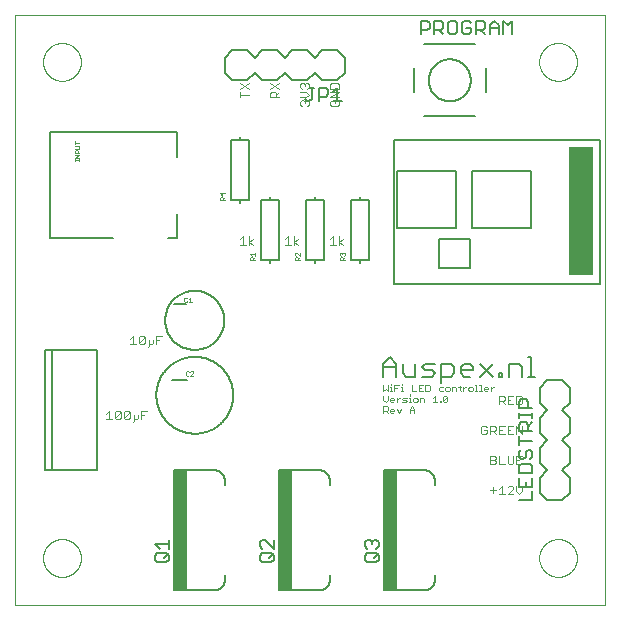
<source format=gto>
G75*
%MOIN*%
%OFA0B0*%
%FSLAX25Y25*%
%IPPOS*%
%LPD*%
%AMOC8*
5,1,8,0,0,1.08239X$1,22.5*
%
%ADD10C,0.00000*%
%ADD11C,0.00300*%
%ADD12C,0.00600*%
%ADD13C,0.00200*%
%ADD14C,0.00800*%
%ADD15C,0.00100*%
%ADD16C,0.00500*%
%ADD17R,0.04000X0.40000*%
%ADD18R,0.07874X0.42520*%
D10*
X0005000Y0001000D02*
X0005000Y0197850D01*
X0201850Y0197850D01*
X0201850Y0001000D01*
X0005000Y0001000D01*
X0014449Y0016748D02*
X0014451Y0016906D01*
X0014457Y0017064D01*
X0014467Y0017222D01*
X0014481Y0017380D01*
X0014499Y0017537D01*
X0014520Y0017694D01*
X0014546Y0017850D01*
X0014576Y0018006D01*
X0014609Y0018161D01*
X0014647Y0018314D01*
X0014688Y0018467D01*
X0014733Y0018619D01*
X0014782Y0018770D01*
X0014835Y0018919D01*
X0014891Y0019067D01*
X0014951Y0019213D01*
X0015015Y0019358D01*
X0015083Y0019501D01*
X0015154Y0019643D01*
X0015228Y0019783D01*
X0015306Y0019920D01*
X0015388Y0020056D01*
X0015472Y0020190D01*
X0015561Y0020321D01*
X0015652Y0020450D01*
X0015747Y0020577D01*
X0015844Y0020702D01*
X0015945Y0020824D01*
X0016049Y0020943D01*
X0016156Y0021060D01*
X0016266Y0021174D01*
X0016379Y0021285D01*
X0016494Y0021394D01*
X0016612Y0021499D01*
X0016733Y0021601D01*
X0016856Y0021701D01*
X0016982Y0021797D01*
X0017110Y0021890D01*
X0017240Y0021980D01*
X0017373Y0022066D01*
X0017508Y0022150D01*
X0017644Y0022229D01*
X0017783Y0022306D01*
X0017924Y0022378D01*
X0018066Y0022448D01*
X0018210Y0022513D01*
X0018356Y0022575D01*
X0018503Y0022633D01*
X0018652Y0022688D01*
X0018802Y0022739D01*
X0018953Y0022786D01*
X0019105Y0022829D01*
X0019258Y0022868D01*
X0019413Y0022904D01*
X0019568Y0022935D01*
X0019724Y0022963D01*
X0019880Y0022987D01*
X0020037Y0023007D01*
X0020195Y0023023D01*
X0020352Y0023035D01*
X0020511Y0023043D01*
X0020669Y0023047D01*
X0020827Y0023047D01*
X0020985Y0023043D01*
X0021144Y0023035D01*
X0021301Y0023023D01*
X0021459Y0023007D01*
X0021616Y0022987D01*
X0021772Y0022963D01*
X0021928Y0022935D01*
X0022083Y0022904D01*
X0022238Y0022868D01*
X0022391Y0022829D01*
X0022543Y0022786D01*
X0022694Y0022739D01*
X0022844Y0022688D01*
X0022993Y0022633D01*
X0023140Y0022575D01*
X0023286Y0022513D01*
X0023430Y0022448D01*
X0023572Y0022378D01*
X0023713Y0022306D01*
X0023852Y0022229D01*
X0023988Y0022150D01*
X0024123Y0022066D01*
X0024256Y0021980D01*
X0024386Y0021890D01*
X0024514Y0021797D01*
X0024640Y0021701D01*
X0024763Y0021601D01*
X0024884Y0021499D01*
X0025002Y0021394D01*
X0025117Y0021285D01*
X0025230Y0021174D01*
X0025340Y0021060D01*
X0025447Y0020943D01*
X0025551Y0020824D01*
X0025652Y0020702D01*
X0025749Y0020577D01*
X0025844Y0020450D01*
X0025935Y0020321D01*
X0026024Y0020190D01*
X0026108Y0020056D01*
X0026190Y0019920D01*
X0026268Y0019783D01*
X0026342Y0019643D01*
X0026413Y0019501D01*
X0026481Y0019358D01*
X0026545Y0019213D01*
X0026605Y0019067D01*
X0026661Y0018919D01*
X0026714Y0018770D01*
X0026763Y0018619D01*
X0026808Y0018467D01*
X0026849Y0018314D01*
X0026887Y0018161D01*
X0026920Y0018006D01*
X0026950Y0017850D01*
X0026976Y0017694D01*
X0026997Y0017537D01*
X0027015Y0017380D01*
X0027029Y0017222D01*
X0027039Y0017064D01*
X0027045Y0016906D01*
X0027047Y0016748D01*
X0027045Y0016590D01*
X0027039Y0016432D01*
X0027029Y0016274D01*
X0027015Y0016116D01*
X0026997Y0015959D01*
X0026976Y0015802D01*
X0026950Y0015646D01*
X0026920Y0015490D01*
X0026887Y0015335D01*
X0026849Y0015182D01*
X0026808Y0015029D01*
X0026763Y0014877D01*
X0026714Y0014726D01*
X0026661Y0014577D01*
X0026605Y0014429D01*
X0026545Y0014283D01*
X0026481Y0014138D01*
X0026413Y0013995D01*
X0026342Y0013853D01*
X0026268Y0013713D01*
X0026190Y0013576D01*
X0026108Y0013440D01*
X0026024Y0013306D01*
X0025935Y0013175D01*
X0025844Y0013046D01*
X0025749Y0012919D01*
X0025652Y0012794D01*
X0025551Y0012672D01*
X0025447Y0012553D01*
X0025340Y0012436D01*
X0025230Y0012322D01*
X0025117Y0012211D01*
X0025002Y0012102D01*
X0024884Y0011997D01*
X0024763Y0011895D01*
X0024640Y0011795D01*
X0024514Y0011699D01*
X0024386Y0011606D01*
X0024256Y0011516D01*
X0024123Y0011430D01*
X0023988Y0011346D01*
X0023852Y0011267D01*
X0023713Y0011190D01*
X0023572Y0011118D01*
X0023430Y0011048D01*
X0023286Y0010983D01*
X0023140Y0010921D01*
X0022993Y0010863D01*
X0022844Y0010808D01*
X0022694Y0010757D01*
X0022543Y0010710D01*
X0022391Y0010667D01*
X0022238Y0010628D01*
X0022083Y0010592D01*
X0021928Y0010561D01*
X0021772Y0010533D01*
X0021616Y0010509D01*
X0021459Y0010489D01*
X0021301Y0010473D01*
X0021144Y0010461D01*
X0020985Y0010453D01*
X0020827Y0010449D01*
X0020669Y0010449D01*
X0020511Y0010453D01*
X0020352Y0010461D01*
X0020195Y0010473D01*
X0020037Y0010489D01*
X0019880Y0010509D01*
X0019724Y0010533D01*
X0019568Y0010561D01*
X0019413Y0010592D01*
X0019258Y0010628D01*
X0019105Y0010667D01*
X0018953Y0010710D01*
X0018802Y0010757D01*
X0018652Y0010808D01*
X0018503Y0010863D01*
X0018356Y0010921D01*
X0018210Y0010983D01*
X0018066Y0011048D01*
X0017924Y0011118D01*
X0017783Y0011190D01*
X0017644Y0011267D01*
X0017508Y0011346D01*
X0017373Y0011430D01*
X0017240Y0011516D01*
X0017110Y0011606D01*
X0016982Y0011699D01*
X0016856Y0011795D01*
X0016733Y0011895D01*
X0016612Y0011997D01*
X0016494Y0012102D01*
X0016379Y0012211D01*
X0016266Y0012322D01*
X0016156Y0012436D01*
X0016049Y0012553D01*
X0015945Y0012672D01*
X0015844Y0012794D01*
X0015747Y0012919D01*
X0015652Y0013046D01*
X0015561Y0013175D01*
X0015472Y0013306D01*
X0015388Y0013440D01*
X0015306Y0013576D01*
X0015228Y0013713D01*
X0015154Y0013853D01*
X0015083Y0013995D01*
X0015015Y0014138D01*
X0014951Y0014283D01*
X0014891Y0014429D01*
X0014835Y0014577D01*
X0014782Y0014726D01*
X0014733Y0014877D01*
X0014688Y0015029D01*
X0014647Y0015182D01*
X0014609Y0015335D01*
X0014576Y0015490D01*
X0014546Y0015646D01*
X0014520Y0015802D01*
X0014499Y0015959D01*
X0014481Y0016116D01*
X0014467Y0016274D01*
X0014457Y0016432D01*
X0014451Y0016590D01*
X0014449Y0016748D01*
X0179803Y0016748D02*
X0179805Y0016906D01*
X0179811Y0017064D01*
X0179821Y0017222D01*
X0179835Y0017380D01*
X0179853Y0017537D01*
X0179874Y0017694D01*
X0179900Y0017850D01*
X0179930Y0018006D01*
X0179963Y0018161D01*
X0180001Y0018314D01*
X0180042Y0018467D01*
X0180087Y0018619D01*
X0180136Y0018770D01*
X0180189Y0018919D01*
X0180245Y0019067D01*
X0180305Y0019213D01*
X0180369Y0019358D01*
X0180437Y0019501D01*
X0180508Y0019643D01*
X0180582Y0019783D01*
X0180660Y0019920D01*
X0180742Y0020056D01*
X0180826Y0020190D01*
X0180915Y0020321D01*
X0181006Y0020450D01*
X0181101Y0020577D01*
X0181198Y0020702D01*
X0181299Y0020824D01*
X0181403Y0020943D01*
X0181510Y0021060D01*
X0181620Y0021174D01*
X0181733Y0021285D01*
X0181848Y0021394D01*
X0181966Y0021499D01*
X0182087Y0021601D01*
X0182210Y0021701D01*
X0182336Y0021797D01*
X0182464Y0021890D01*
X0182594Y0021980D01*
X0182727Y0022066D01*
X0182862Y0022150D01*
X0182998Y0022229D01*
X0183137Y0022306D01*
X0183278Y0022378D01*
X0183420Y0022448D01*
X0183564Y0022513D01*
X0183710Y0022575D01*
X0183857Y0022633D01*
X0184006Y0022688D01*
X0184156Y0022739D01*
X0184307Y0022786D01*
X0184459Y0022829D01*
X0184612Y0022868D01*
X0184767Y0022904D01*
X0184922Y0022935D01*
X0185078Y0022963D01*
X0185234Y0022987D01*
X0185391Y0023007D01*
X0185549Y0023023D01*
X0185706Y0023035D01*
X0185865Y0023043D01*
X0186023Y0023047D01*
X0186181Y0023047D01*
X0186339Y0023043D01*
X0186498Y0023035D01*
X0186655Y0023023D01*
X0186813Y0023007D01*
X0186970Y0022987D01*
X0187126Y0022963D01*
X0187282Y0022935D01*
X0187437Y0022904D01*
X0187592Y0022868D01*
X0187745Y0022829D01*
X0187897Y0022786D01*
X0188048Y0022739D01*
X0188198Y0022688D01*
X0188347Y0022633D01*
X0188494Y0022575D01*
X0188640Y0022513D01*
X0188784Y0022448D01*
X0188926Y0022378D01*
X0189067Y0022306D01*
X0189206Y0022229D01*
X0189342Y0022150D01*
X0189477Y0022066D01*
X0189610Y0021980D01*
X0189740Y0021890D01*
X0189868Y0021797D01*
X0189994Y0021701D01*
X0190117Y0021601D01*
X0190238Y0021499D01*
X0190356Y0021394D01*
X0190471Y0021285D01*
X0190584Y0021174D01*
X0190694Y0021060D01*
X0190801Y0020943D01*
X0190905Y0020824D01*
X0191006Y0020702D01*
X0191103Y0020577D01*
X0191198Y0020450D01*
X0191289Y0020321D01*
X0191378Y0020190D01*
X0191462Y0020056D01*
X0191544Y0019920D01*
X0191622Y0019783D01*
X0191696Y0019643D01*
X0191767Y0019501D01*
X0191835Y0019358D01*
X0191899Y0019213D01*
X0191959Y0019067D01*
X0192015Y0018919D01*
X0192068Y0018770D01*
X0192117Y0018619D01*
X0192162Y0018467D01*
X0192203Y0018314D01*
X0192241Y0018161D01*
X0192274Y0018006D01*
X0192304Y0017850D01*
X0192330Y0017694D01*
X0192351Y0017537D01*
X0192369Y0017380D01*
X0192383Y0017222D01*
X0192393Y0017064D01*
X0192399Y0016906D01*
X0192401Y0016748D01*
X0192399Y0016590D01*
X0192393Y0016432D01*
X0192383Y0016274D01*
X0192369Y0016116D01*
X0192351Y0015959D01*
X0192330Y0015802D01*
X0192304Y0015646D01*
X0192274Y0015490D01*
X0192241Y0015335D01*
X0192203Y0015182D01*
X0192162Y0015029D01*
X0192117Y0014877D01*
X0192068Y0014726D01*
X0192015Y0014577D01*
X0191959Y0014429D01*
X0191899Y0014283D01*
X0191835Y0014138D01*
X0191767Y0013995D01*
X0191696Y0013853D01*
X0191622Y0013713D01*
X0191544Y0013576D01*
X0191462Y0013440D01*
X0191378Y0013306D01*
X0191289Y0013175D01*
X0191198Y0013046D01*
X0191103Y0012919D01*
X0191006Y0012794D01*
X0190905Y0012672D01*
X0190801Y0012553D01*
X0190694Y0012436D01*
X0190584Y0012322D01*
X0190471Y0012211D01*
X0190356Y0012102D01*
X0190238Y0011997D01*
X0190117Y0011895D01*
X0189994Y0011795D01*
X0189868Y0011699D01*
X0189740Y0011606D01*
X0189610Y0011516D01*
X0189477Y0011430D01*
X0189342Y0011346D01*
X0189206Y0011267D01*
X0189067Y0011190D01*
X0188926Y0011118D01*
X0188784Y0011048D01*
X0188640Y0010983D01*
X0188494Y0010921D01*
X0188347Y0010863D01*
X0188198Y0010808D01*
X0188048Y0010757D01*
X0187897Y0010710D01*
X0187745Y0010667D01*
X0187592Y0010628D01*
X0187437Y0010592D01*
X0187282Y0010561D01*
X0187126Y0010533D01*
X0186970Y0010509D01*
X0186813Y0010489D01*
X0186655Y0010473D01*
X0186498Y0010461D01*
X0186339Y0010453D01*
X0186181Y0010449D01*
X0186023Y0010449D01*
X0185865Y0010453D01*
X0185706Y0010461D01*
X0185549Y0010473D01*
X0185391Y0010489D01*
X0185234Y0010509D01*
X0185078Y0010533D01*
X0184922Y0010561D01*
X0184767Y0010592D01*
X0184612Y0010628D01*
X0184459Y0010667D01*
X0184307Y0010710D01*
X0184156Y0010757D01*
X0184006Y0010808D01*
X0183857Y0010863D01*
X0183710Y0010921D01*
X0183564Y0010983D01*
X0183420Y0011048D01*
X0183278Y0011118D01*
X0183137Y0011190D01*
X0182998Y0011267D01*
X0182862Y0011346D01*
X0182727Y0011430D01*
X0182594Y0011516D01*
X0182464Y0011606D01*
X0182336Y0011699D01*
X0182210Y0011795D01*
X0182087Y0011895D01*
X0181966Y0011997D01*
X0181848Y0012102D01*
X0181733Y0012211D01*
X0181620Y0012322D01*
X0181510Y0012436D01*
X0181403Y0012553D01*
X0181299Y0012672D01*
X0181198Y0012794D01*
X0181101Y0012919D01*
X0181006Y0013046D01*
X0180915Y0013175D01*
X0180826Y0013306D01*
X0180742Y0013440D01*
X0180660Y0013576D01*
X0180582Y0013713D01*
X0180508Y0013853D01*
X0180437Y0013995D01*
X0180369Y0014138D01*
X0180305Y0014283D01*
X0180245Y0014429D01*
X0180189Y0014577D01*
X0180136Y0014726D01*
X0180087Y0014877D01*
X0180042Y0015029D01*
X0180001Y0015182D01*
X0179963Y0015335D01*
X0179930Y0015490D01*
X0179900Y0015646D01*
X0179874Y0015802D01*
X0179853Y0015959D01*
X0179835Y0016116D01*
X0179821Y0016274D01*
X0179811Y0016432D01*
X0179805Y0016590D01*
X0179803Y0016748D01*
X0179803Y0182102D02*
X0179805Y0182260D01*
X0179811Y0182418D01*
X0179821Y0182576D01*
X0179835Y0182734D01*
X0179853Y0182891D01*
X0179874Y0183048D01*
X0179900Y0183204D01*
X0179930Y0183360D01*
X0179963Y0183515D01*
X0180001Y0183668D01*
X0180042Y0183821D01*
X0180087Y0183973D01*
X0180136Y0184124D01*
X0180189Y0184273D01*
X0180245Y0184421D01*
X0180305Y0184567D01*
X0180369Y0184712D01*
X0180437Y0184855D01*
X0180508Y0184997D01*
X0180582Y0185137D01*
X0180660Y0185274D01*
X0180742Y0185410D01*
X0180826Y0185544D01*
X0180915Y0185675D01*
X0181006Y0185804D01*
X0181101Y0185931D01*
X0181198Y0186056D01*
X0181299Y0186178D01*
X0181403Y0186297D01*
X0181510Y0186414D01*
X0181620Y0186528D01*
X0181733Y0186639D01*
X0181848Y0186748D01*
X0181966Y0186853D01*
X0182087Y0186955D01*
X0182210Y0187055D01*
X0182336Y0187151D01*
X0182464Y0187244D01*
X0182594Y0187334D01*
X0182727Y0187420D01*
X0182862Y0187504D01*
X0182998Y0187583D01*
X0183137Y0187660D01*
X0183278Y0187732D01*
X0183420Y0187802D01*
X0183564Y0187867D01*
X0183710Y0187929D01*
X0183857Y0187987D01*
X0184006Y0188042D01*
X0184156Y0188093D01*
X0184307Y0188140D01*
X0184459Y0188183D01*
X0184612Y0188222D01*
X0184767Y0188258D01*
X0184922Y0188289D01*
X0185078Y0188317D01*
X0185234Y0188341D01*
X0185391Y0188361D01*
X0185549Y0188377D01*
X0185706Y0188389D01*
X0185865Y0188397D01*
X0186023Y0188401D01*
X0186181Y0188401D01*
X0186339Y0188397D01*
X0186498Y0188389D01*
X0186655Y0188377D01*
X0186813Y0188361D01*
X0186970Y0188341D01*
X0187126Y0188317D01*
X0187282Y0188289D01*
X0187437Y0188258D01*
X0187592Y0188222D01*
X0187745Y0188183D01*
X0187897Y0188140D01*
X0188048Y0188093D01*
X0188198Y0188042D01*
X0188347Y0187987D01*
X0188494Y0187929D01*
X0188640Y0187867D01*
X0188784Y0187802D01*
X0188926Y0187732D01*
X0189067Y0187660D01*
X0189206Y0187583D01*
X0189342Y0187504D01*
X0189477Y0187420D01*
X0189610Y0187334D01*
X0189740Y0187244D01*
X0189868Y0187151D01*
X0189994Y0187055D01*
X0190117Y0186955D01*
X0190238Y0186853D01*
X0190356Y0186748D01*
X0190471Y0186639D01*
X0190584Y0186528D01*
X0190694Y0186414D01*
X0190801Y0186297D01*
X0190905Y0186178D01*
X0191006Y0186056D01*
X0191103Y0185931D01*
X0191198Y0185804D01*
X0191289Y0185675D01*
X0191378Y0185544D01*
X0191462Y0185410D01*
X0191544Y0185274D01*
X0191622Y0185137D01*
X0191696Y0184997D01*
X0191767Y0184855D01*
X0191835Y0184712D01*
X0191899Y0184567D01*
X0191959Y0184421D01*
X0192015Y0184273D01*
X0192068Y0184124D01*
X0192117Y0183973D01*
X0192162Y0183821D01*
X0192203Y0183668D01*
X0192241Y0183515D01*
X0192274Y0183360D01*
X0192304Y0183204D01*
X0192330Y0183048D01*
X0192351Y0182891D01*
X0192369Y0182734D01*
X0192383Y0182576D01*
X0192393Y0182418D01*
X0192399Y0182260D01*
X0192401Y0182102D01*
X0192399Y0181944D01*
X0192393Y0181786D01*
X0192383Y0181628D01*
X0192369Y0181470D01*
X0192351Y0181313D01*
X0192330Y0181156D01*
X0192304Y0181000D01*
X0192274Y0180844D01*
X0192241Y0180689D01*
X0192203Y0180536D01*
X0192162Y0180383D01*
X0192117Y0180231D01*
X0192068Y0180080D01*
X0192015Y0179931D01*
X0191959Y0179783D01*
X0191899Y0179637D01*
X0191835Y0179492D01*
X0191767Y0179349D01*
X0191696Y0179207D01*
X0191622Y0179067D01*
X0191544Y0178930D01*
X0191462Y0178794D01*
X0191378Y0178660D01*
X0191289Y0178529D01*
X0191198Y0178400D01*
X0191103Y0178273D01*
X0191006Y0178148D01*
X0190905Y0178026D01*
X0190801Y0177907D01*
X0190694Y0177790D01*
X0190584Y0177676D01*
X0190471Y0177565D01*
X0190356Y0177456D01*
X0190238Y0177351D01*
X0190117Y0177249D01*
X0189994Y0177149D01*
X0189868Y0177053D01*
X0189740Y0176960D01*
X0189610Y0176870D01*
X0189477Y0176784D01*
X0189342Y0176700D01*
X0189206Y0176621D01*
X0189067Y0176544D01*
X0188926Y0176472D01*
X0188784Y0176402D01*
X0188640Y0176337D01*
X0188494Y0176275D01*
X0188347Y0176217D01*
X0188198Y0176162D01*
X0188048Y0176111D01*
X0187897Y0176064D01*
X0187745Y0176021D01*
X0187592Y0175982D01*
X0187437Y0175946D01*
X0187282Y0175915D01*
X0187126Y0175887D01*
X0186970Y0175863D01*
X0186813Y0175843D01*
X0186655Y0175827D01*
X0186498Y0175815D01*
X0186339Y0175807D01*
X0186181Y0175803D01*
X0186023Y0175803D01*
X0185865Y0175807D01*
X0185706Y0175815D01*
X0185549Y0175827D01*
X0185391Y0175843D01*
X0185234Y0175863D01*
X0185078Y0175887D01*
X0184922Y0175915D01*
X0184767Y0175946D01*
X0184612Y0175982D01*
X0184459Y0176021D01*
X0184307Y0176064D01*
X0184156Y0176111D01*
X0184006Y0176162D01*
X0183857Y0176217D01*
X0183710Y0176275D01*
X0183564Y0176337D01*
X0183420Y0176402D01*
X0183278Y0176472D01*
X0183137Y0176544D01*
X0182998Y0176621D01*
X0182862Y0176700D01*
X0182727Y0176784D01*
X0182594Y0176870D01*
X0182464Y0176960D01*
X0182336Y0177053D01*
X0182210Y0177149D01*
X0182087Y0177249D01*
X0181966Y0177351D01*
X0181848Y0177456D01*
X0181733Y0177565D01*
X0181620Y0177676D01*
X0181510Y0177790D01*
X0181403Y0177907D01*
X0181299Y0178026D01*
X0181198Y0178148D01*
X0181101Y0178273D01*
X0181006Y0178400D01*
X0180915Y0178529D01*
X0180826Y0178660D01*
X0180742Y0178794D01*
X0180660Y0178930D01*
X0180582Y0179067D01*
X0180508Y0179207D01*
X0180437Y0179349D01*
X0180369Y0179492D01*
X0180305Y0179637D01*
X0180245Y0179783D01*
X0180189Y0179931D01*
X0180136Y0180080D01*
X0180087Y0180231D01*
X0180042Y0180383D01*
X0180001Y0180536D01*
X0179963Y0180689D01*
X0179930Y0180844D01*
X0179900Y0181000D01*
X0179874Y0181156D01*
X0179853Y0181313D01*
X0179835Y0181470D01*
X0179821Y0181628D01*
X0179811Y0181786D01*
X0179805Y0181944D01*
X0179803Y0182102D01*
X0014449Y0182102D02*
X0014451Y0182260D01*
X0014457Y0182418D01*
X0014467Y0182576D01*
X0014481Y0182734D01*
X0014499Y0182891D01*
X0014520Y0183048D01*
X0014546Y0183204D01*
X0014576Y0183360D01*
X0014609Y0183515D01*
X0014647Y0183668D01*
X0014688Y0183821D01*
X0014733Y0183973D01*
X0014782Y0184124D01*
X0014835Y0184273D01*
X0014891Y0184421D01*
X0014951Y0184567D01*
X0015015Y0184712D01*
X0015083Y0184855D01*
X0015154Y0184997D01*
X0015228Y0185137D01*
X0015306Y0185274D01*
X0015388Y0185410D01*
X0015472Y0185544D01*
X0015561Y0185675D01*
X0015652Y0185804D01*
X0015747Y0185931D01*
X0015844Y0186056D01*
X0015945Y0186178D01*
X0016049Y0186297D01*
X0016156Y0186414D01*
X0016266Y0186528D01*
X0016379Y0186639D01*
X0016494Y0186748D01*
X0016612Y0186853D01*
X0016733Y0186955D01*
X0016856Y0187055D01*
X0016982Y0187151D01*
X0017110Y0187244D01*
X0017240Y0187334D01*
X0017373Y0187420D01*
X0017508Y0187504D01*
X0017644Y0187583D01*
X0017783Y0187660D01*
X0017924Y0187732D01*
X0018066Y0187802D01*
X0018210Y0187867D01*
X0018356Y0187929D01*
X0018503Y0187987D01*
X0018652Y0188042D01*
X0018802Y0188093D01*
X0018953Y0188140D01*
X0019105Y0188183D01*
X0019258Y0188222D01*
X0019413Y0188258D01*
X0019568Y0188289D01*
X0019724Y0188317D01*
X0019880Y0188341D01*
X0020037Y0188361D01*
X0020195Y0188377D01*
X0020352Y0188389D01*
X0020511Y0188397D01*
X0020669Y0188401D01*
X0020827Y0188401D01*
X0020985Y0188397D01*
X0021144Y0188389D01*
X0021301Y0188377D01*
X0021459Y0188361D01*
X0021616Y0188341D01*
X0021772Y0188317D01*
X0021928Y0188289D01*
X0022083Y0188258D01*
X0022238Y0188222D01*
X0022391Y0188183D01*
X0022543Y0188140D01*
X0022694Y0188093D01*
X0022844Y0188042D01*
X0022993Y0187987D01*
X0023140Y0187929D01*
X0023286Y0187867D01*
X0023430Y0187802D01*
X0023572Y0187732D01*
X0023713Y0187660D01*
X0023852Y0187583D01*
X0023988Y0187504D01*
X0024123Y0187420D01*
X0024256Y0187334D01*
X0024386Y0187244D01*
X0024514Y0187151D01*
X0024640Y0187055D01*
X0024763Y0186955D01*
X0024884Y0186853D01*
X0025002Y0186748D01*
X0025117Y0186639D01*
X0025230Y0186528D01*
X0025340Y0186414D01*
X0025447Y0186297D01*
X0025551Y0186178D01*
X0025652Y0186056D01*
X0025749Y0185931D01*
X0025844Y0185804D01*
X0025935Y0185675D01*
X0026024Y0185544D01*
X0026108Y0185410D01*
X0026190Y0185274D01*
X0026268Y0185137D01*
X0026342Y0184997D01*
X0026413Y0184855D01*
X0026481Y0184712D01*
X0026545Y0184567D01*
X0026605Y0184421D01*
X0026661Y0184273D01*
X0026714Y0184124D01*
X0026763Y0183973D01*
X0026808Y0183821D01*
X0026849Y0183668D01*
X0026887Y0183515D01*
X0026920Y0183360D01*
X0026950Y0183204D01*
X0026976Y0183048D01*
X0026997Y0182891D01*
X0027015Y0182734D01*
X0027029Y0182576D01*
X0027039Y0182418D01*
X0027045Y0182260D01*
X0027047Y0182102D01*
X0027045Y0181944D01*
X0027039Y0181786D01*
X0027029Y0181628D01*
X0027015Y0181470D01*
X0026997Y0181313D01*
X0026976Y0181156D01*
X0026950Y0181000D01*
X0026920Y0180844D01*
X0026887Y0180689D01*
X0026849Y0180536D01*
X0026808Y0180383D01*
X0026763Y0180231D01*
X0026714Y0180080D01*
X0026661Y0179931D01*
X0026605Y0179783D01*
X0026545Y0179637D01*
X0026481Y0179492D01*
X0026413Y0179349D01*
X0026342Y0179207D01*
X0026268Y0179067D01*
X0026190Y0178930D01*
X0026108Y0178794D01*
X0026024Y0178660D01*
X0025935Y0178529D01*
X0025844Y0178400D01*
X0025749Y0178273D01*
X0025652Y0178148D01*
X0025551Y0178026D01*
X0025447Y0177907D01*
X0025340Y0177790D01*
X0025230Y0177676D01*
X0025117Y0177565D01*
X0025002Y0177456D01*
X0024884Y0177351D01*
X0024763Y0177249D01*
X0024640Y0177149D01*
X0024514Y0177053D01*
X0024386Y0176960D01*
X0024256Y0176870D01*
X0024123Y0176784D01*
X0023988Y0176700D01*
X0023852Y0176621D01*
X0023713Y0176544D01*
X0023572Y0176472D01*
X0023430Y0176402D01*
X0023286Y0176337D01*
X0023140Y0176275D01*
X0022993Y0176217D01*
X0022844Y0176162D01*
X0022694Y0176111D01*
X0022543Y0176064D01*
X0022391Y0176021D01*
X0022238Y0175982D01*
X0022083Y0175946D01*
X0021928Y0175915D01*
X0021772Y0175887D01*
X0021616Y0175863D01*
X0021459Y0175843D01*
X0021301Y0175827D01*
X0021144Y0175815D01*
X0020985Y0175807D01*
X0020827Y0175803D01*
X0020669Y0175803D01*
X0020511Y0175807D01*
X0020352Y0175815D01*
X0020195Y0175827D01*
X0020037Y0175843D01*
X0019880Y0175863D01*
X0019724Y0175887D01*
X0019568Y0175915D01*
X0019413Y0175946D01*
X0019258Y0175982D01*
X0019105Y0176021D01*
X0018953Y0176064D01*
X0018802Y0176111D01*
X0018652Y0176162D01*
X0018503Y0176217D01*
X0018356Y0176275D01*
X0018210Y0176337D01*
X0018066Y0176402D01*
X0017924Y0176472D01*
X0017783Y0176544D01*
X0017644Y0176621D01*
X0017508Y0176700D01*
X0017373Y0176784D01*
X0017240Y0176870D01*
X0017110Y0176960D01*
X0016982Y0177053D01*
X0016856Y0177149D01*
X0016733Y0177249D01*
X0016612Y0177351D01*
X0016494Y0177456D01*
X0016379Y0177565D01*
X0016266Y0177676D01*
X0016156Y0177790D01*
X0016049Y0177907D01*
X0015945Y0178026D01*
X0015844Y0178148D01*
X0015747Y0178273D01*
X0015652Y0178400D01*
X0015561Y0178529D01*
X0015472Y0178660D01*
X0015388Y0178794D01*
X0015306Y0178930D01*
X0015228Y0179067D01*
X0015154Y0179207D01*
X0015083Y0179349D01*
X0015015Y0179492D01*
X0014951Y0179637D01*
X0014891Y0179783D01*
X0014835Y0179931D01*
X0014782Y0180080D01*
X0014733Y0180231D01*
X0014688Y0180383D01*
X0014647Y0180536D01*
X0014609Y0180689D01*
X0014576Y0180844D01*
X0014546Y0181000D01*
X0014520Y0181156D01*
X0014499Y0181313D01*
X0014481Y0181470D01*
X0014467Y0181628D01*
X0014457Y0181786D01*
X0014451Y0181944D01*
X0014449Y0182102D01*
D11*
X0080148Y0175138D02*
X0083050Y0173203D01*
X0083050Y0175138D02*
X0080148Y0173203D01*
X0080148Y0172192D02*
X0080148Y0170257D01*
X0080148Y0171224D02*
X0083050Y0171224D01*
X0090148Y0171708D02*
X0090148Y0170257D01*
X0093050Y0170257D01*
X0092083Y0170257D02*
X0092083Y0171708D01*
X0091599Y0172192D01*
X0090631Y0172192D01*
X0090148Y0171708D01*
X0090148Y0173203D02*
X0093050Y0175138D01*
X0093050Y0173203D02*
X0090148Y0175138D01*
X0093050Y0172192D02*
X0092083Y0171224D01*
X0100148Y0170257D02*
X0102083Y0170257D01*
X0103050Y0171224D01*
X0102083Y0172192D01*
X0100148Y0172192D01*
X0100631Y0173203D02*
X0100148Y0173687D01*
X0100148Y0174655D01*
X0100631Y0175138D01*
X0101115Y0175138D01*
X0101599Y0174655D01*
X0102083Y0175138D01*
X0102566Y0175138D01*
X0103050Y0174655D01*
X0103050Y0173687D01*
X0102566Y0173203D01*
X0101599Y0174171D02*
X0101599Y0174655D01*
X0102083Y0169245D02*
X0102566Y0169245D01*
X0103050Y0168762D01*
X0103050Y0167794D01*
X0102566Y0167310D01*
X0101599Y0168278D02*
X0101599Y0168762D01*
X0102083Y0169245D01*
X0101599Y0168762D02*
X0101115Y0169245D01*
X0100631Y0169245D01*
X0100148Y0168762D01*
X0100148Y0167794D01*
X0100631Y0167310D01*
X0110148Y0167794D02*
X0110631Y0167310D01*
X0112566Y0167310D01*
X0113050Y0167794D01*
X0113050Y0168762D01*
X0112566Y0169245D01*
X0111599Y0169245D01*
X0111599Y0168278D01*
X0110631Y0169245D02*
X0110148Y0168762D01*
X0110148Y0167794D01*
X0110148Y0170257D02*
X0113050Y0172192D01*
X0110148Y0172192D01*
X0110148Y0173203D02*
X0110148Y0174655D01*
X0110631Y0175138D01*
X0112566Y0175138D01*
X0113050Y0174655D01*
X0113050Y0173203D01*
X0110148Y0173203D01*
X0110148Y0170257D02*
X0113050Y0170257D01*
X0113097Y0124052D02*
X0113097Y0121150D01*
X0113097Y0122117D02*
X0114548Y0123085D01*
X0113097Y0122117D02*
X0114548Y0121150D01*
X0112085Y0121150D02*
X0110150Y0121150D01*
X0111117Y0121150D02*
X0111117Y0124052D01*
X0110150Y0123085D01*
X0099548Y0123085D02*
X0098097Y0122117D01*
X0099548Y0121150D01*
X0098097Y0121150D02*
X0098097Y0124052D01*
X0096117Y0124052D02*
X0095150Y0123085D01*
X0096117Y0124052D02*
X0096117Y0121150D01*
X0095150Y0121150D02*
X0097085Y0121150D01*
X0084548Y0121150D02*
X0083097Y0122117D01*
X0084548Y0123085D01*
X0083097Y0124052D02*
X0083097Y0121150D01*
X0082085Y0121150D02*
X0080150Y0121150D01*
X0081117Y0121150D02*
X0081117Y0124052D01*
X0080150Y0123085D01*
X0054138Y0090852D02*
X0052203Y0090852D01*
X0052203Y0087950D01*
X0051192Y0088434D02*
X0051192Y0089401D01*
X0051192Y0088434D02*
X0050708Y0087950D01*
X0050224Y0087950D01*
X0049741Y0088434D01*
X0049741Y0087466D01*
X0049257Y0086983D01*
X0049741Y0088434D02*
X0049741Y0089401D01*
X0048245Y0090369D02*
X0048245Y0088434D01*
X0047762Y0087950D01*
X0046794Y0087950D01*
X0046310Y0088434D01*
X0048245Y0090369D01*
X0047762Y0090852D01*
X0046794Y0090852D01*
X0046310Y0090369D01*
X0046310Y0088434D01*
X0045299Y0087950D02*
X0043364Y0087950D01*
X0044331Y0087950D02*
X0044331Y0090852D01*
X0043364Y0089885D01*
X0052203Y0089401D02*
X0053171Y0089401D01*
X0049138Y0065852D02*
X0047203Y0065852D01*
X0047203Y0062950D01*
X0046192Y0063434D02*
X0046192Y0064401D01*
X0046192Y0063434D02*
X0045708Y0062950D01*
X0045224Y0062950D01*
X0044741Y0063434D01*
X0044741Y0062466D01*
X0044257Y0061983D01*
X0044741Y0063434D02*
X0044741Y0064401D01*
X0043245Y0065369D02*
X0043245Y0063434D01*
X0042762Y0062950D01*
X0041794Y0062950D01*
X0041310Y0063434D01*
X0043245Y0065369D01*
X0042762Y0065852D01*
X0041794Y0065852D01*
X0041310Y0065369D01*
X0041310Y0063434D01*
X0040299Y0063434D02*
X0040299Y0065369D01*
X0038364Y0063434D01*
X0038848Y0062950D01*
X0039815Y0062950D01*
X0040299Y0063434D01*
X0040299Y0065369D02*
X0039815Y0065852D01*
X0038848Y0065852D01*
X0038364Y0065369D01*
X0038364Y0063434D01*
X0037352Y0062950D02*
X0035417Y0062950D01*
X0036385Y0062950D02*
X0036385Y0065852D01*
X0035417Y0064885D01*
X0047203Y0064401D02*
X0048171Y0064401D01*
X0160417Y0060369D02*
X0160417Y0058434D01*
X0160901Y0057950D01*
X0161869Y0057950D01*
X0162352Y0058434D01*
X0162352Y0059401D01*
X0161385Y0059401D01*
X0162352Y0060369D02*
X0161869Y0060852D01*
X0160901Y0060852D01*
X0160417Y0060369D01*
X0163364Y0060852D02*
X0163364Y0057950D01*
X0163364Y0058917D02*
X0164815Y0058917D01*
X0165299Y0059401D01*
X0165299Y0060369D01*
X0164815Y0060852D01*
X0163364Y0060852D01*
X0164331Y0058917D02*
X0165299Y0057950D01*
X0166310Y0057950D02*
X0168245Y0057950D01*
X0169257Y0057950D02*
X0171192Y0057950D01*
X0172203Y0057950D02*
X0172203Y0060852D01*
X0174138Y0057950D01*
X0174138Y0060852D01*
X0171192Y0060852D02*
X0169257Y0060852D01*
X0169257Y0057950D01*
X0169257Y0059401D02*
X0170224Y0059401D01*
X0168245Y0060852D02*
X0166310Y0060852D01*
X0166310Y0057950D01*
X0166310Y0059401D02*
X0167278Y0059401D01*
X0166310Y0050852D02*
X0166310Y0047950D01*
X0168245Y0047950D01*
X0169257Y0048434D02*
X0169741Y0047950D01*
X0170708Y0047950D01*
X0171192Y0048434D01*
X0171192Y0050852D01*
X0172203Y0050852D02*
X0172203Y0047950D01*
X0174138Y0047950D01*
X0173171Y0049401D02*
X0172203Y0049401D01*
X0172203Y0050852D02*
X0174138Y0050852D01*
X0169257Y0050852D02*
X0169257Y0048434D01*
X0165299Y0048434D02*
X0164815Y0047950D01*
X0163364Y0047950D01*
X0163364Y0050852D01*
X0164815Y0050852D01*
X0165299Y0050369D01*
X0165299Y0049885D01*
X0164815Y0049401D01*
X0163364Y0049401D01*
X0164815Y0049401D02*
X0165299Y0048917D01*
X0165299Y0048434D01*
X0167278Y0040852D02*
X0167278Y0037950D01*
X0168245Y0037950D02*
X0166310Y0037950D01*
X0165299Y0039401D02*
X0163364Y0039401D01*
X0164331Y0038434D02*
X0164331Y0040369D01*
X0166310Y0039885D02*
X0167278Y0040852D01*
X0169257Y0040369D02*
X0169741Y0040852D01*
X0170708Y0040852D01*
X0171192Y0040369D01*
X0171192Y0039885D01*
X0169257Y0037950D01*
X0171192Y0037950D01*
X0172203Y0038917D02*
X0172203Y0040852D01*
X0172203Y0038917D02*
X0173171Y0037950D01*
X0174138Y0038917D01*
X0174138Y0040852D01*
X0173655Y0067950D02*
X0174138Y0068434D01*
X0174138Y0070369D01*
X0173655Y0070852D01*
X0172203Y0070852D01*
X0172203Y0067950D01*
X0173655Y0067950D01*
X0171192Y0067950D02*
X0169257Y0067950D01*
X0169257Y0070852D01*
X0171192Y0070852D01*
X0170224Y0069401D02*
X0169257Y0069401D01*
X0168245Y0069401D02*
X0167762Y0068917D01*
X0166310Y0068917D01*
X0166310Y0067950D02*
X0166310Y0070852D01*
X0167762Y0070852D01*
X0168245Y0070369D01*
X0168245Y0069401D01*
X0167278Y0068917D02*
X0168245Y0067950D01*
D12*
X0167560Y0077206D02*
X0166493Y0077206D01*
X0166493Y0078273D01*
X0167560Y0078273D01*
X0167560Y0077206D01*
X0169715Y0077206D02*
X0169715Y0081476D01*
X0172918Y0081476D01*
X0173986Y0080408D01*
X0173986Y0077206D01*
X0176161Y0077206D02*
X0178296Y0077206D01*
X0177228Y0077206D02*
X0177228Y0083611D01*
X0176161Y0083611D01*
X0164317Y0081476D02*
X0160047Y0077206D01*
X0157872Y0079341D02*
X0153602Y0079341D01*
X0153602Y0080408D02*
X0153602Y0078273D01*
X0154669Y0077206D01*
X0156804Y0077206D01*
X0157872Y0079341D02*
X0157872Y0080408D01*
X0156804Y0081476D01*
X0154669Y0081476D01*
X0153602Y0080408D01*
X0151426Y0080408D02*
X0151426Y0078273D01*
X0150359Y0077206D01*
X0147156Y0077206D01*
X0147156Y0075070D02*
X0147156Y0081476D01*
X0150359Y0081476D01*
X0151426Y0080408D01*
X0144981Y0081476D02*
X0141778Y0081476D01*
X0140711Y0080408D01*
X0141778Y0079341D01*
X0143913Y0079341D01*
X0144981Y0078273D01*
X0143913Y0077206D01*
X0140711Y0077206D01*
X0138535Y0077206D02*
X0138535Y0081476D01*
X0134265Y0081476D02*
X0134265Y0078273D01*
X0135333Y0077206D01*
X0138535Y0077206D01*
X0132090Y0077206D02*
X0132090Y0081476D01*
X0129955Y0083611D01*
X0127820Y0081476D01*
X0127820Y0077206D01*
X0127820Y0080408D02*
X0132090Y0080408D01*
X0160047Y0081476D02*
X0164317Y0077206D01*
D13*
X0164316Y0073744D02*
X0164683Y0073744D01*
X0164316Y0073744D02*
X0163582Y0073010D01*
X0163582Y0072276D02*
X0163582Y0073744D01*
X0162840Y0073377D02*
X0162840Y0073010D01*
X0161372Y0073010D01*
X0161372Y0072643D02*
X0161372Y0073377D01*
X0161739Y0073744D01*
X0162473Y0073744D01*
X0162840Y0073377D01*
X0162473Y0072276D02*
X0161739Y0072276D01*
X0161372Y0072643D01*
X0160633Y0072276D02*
X0159899Y0072276D01*
X0160266Y0072276D02*
X0160266Y0074478D01*
X0159899Y0074478D01*
X0158793Y0074478D02*
X0158793Y0072276D01*
X0158426Y0072276D02*
X0159160Y0072276D01*
X0157684Y0072643D02*
X0157684Y0073377D01*
X0157317Y0073744D01*
X0156583Y0073744D01*
X0156216Y0073377D01*
X0156216Y0072643D01*
X0156583Y0072276D01*
X0157317Y0072276D01*
X0157684Y0072643D01*
X0158426Y0074478D02*
X0158793Y0074478D01*
X0155475Y0073744D02*
X0155108Y0073744D01*
X0154374Y0073010D01*
X0154374Y0072276D02*
X0154374Y0073744D01*
X0153635Y0073744D02*
X0152901Y0073744D01*
X0153268Y0074111D02*
X0153268Y0072643D01*
X0153635Y0072276D01*
X0152159Y0072276D02*
X0152159Y0073377D01*
X0151792Y0073744D01*
X0150691Y0073744D01*
X0150691Y0072276D01*
X0149949Y0072643D02*
X0149949Y0073377D01*
X0149582Y0073744D01*
X0148848Y0073744D01*
X0148481Y0073377D01*
X0148481Y0072643D01*
X0148848Y0072276D01*
X0149582Y0072276D01*
X0149949Y0072643D01*
X0148846Y0070878D02*
X0149213Y0070511D01*
X0147745Y0069043D01*
X0148112Y0068676D01*
X0148846Y0068676D01*
X0149213Y0069043D01*
X0149213Y0070511D01*
X0148846Y0070878D02*
X0148112Y0070878D01*
X0147745Y0070511D01*
X0147745Y0069043D01*
X0147007Y0069043D02*
X0147007Y0068676D01*
X0146640Y0068676D01*
X0146640Y0069043D01*
X0147007Y0069043D01*
X0145898Y0068676D02*
X0144430Y0068676D01*
X0145164Y0068676D02*
X0145164Y0070878D01*
X0144430Y0070144D01*
X0142953Y0072276D02*
X0143320Y0072643D01*
X0143320Y0074111D01*
X0142953Y0074478D01*
X0141852Y0074478D01*
X0141852Y0072276D01*
X0142953Y0072276D01*
X0141110Y0072276D02*
X0139642Y0072276D01*
X0139642Y0074478D01*
X0141110Y0074478D01*
X0140376Y0073377D02*
X0139642Y0073377D01*
X0138900Y0072276D02*
X0137432Y0072276D01*
X0137432Y0074478D01*
X0136694Y0071245D02*
X0136694Y0070878D01*
X0136694Y0070144D02*
X0136694Y0068676D01*
X0136327Y0068676D02*
X0137061Y0068676D01*
X0137800Y0069043D02*
X0137800Y0069777D01*
X0138167Y0070144D01*
X0138901Y0070144D01*
X0139268Y0069777D01*
X0139268Y0069043D01*
X0138901Y0068676D01*
X0138167Y0068676D01*
X0137800Y0069043D01*
X0136694Y0070144D02*
X0136327Y0070144D01*
X0135585Y0070144D02*
X0134484Y0070144D01*
X0134117Y0069777D01*
X0134484Y0069410D01*
X0135218Y0069410D01*
X0135585Y0069043D01*
X0135218Y0068676D01*
X0134117Y0068676D01*
X0133377Y0070144D02*
X0133010Y0070144D01*
X0132276Y0069410D01*
X0132276Y0068676D02*
X0132276Y0070144D01*
X0131534Y0069777D02*
X0131534Y0069410D01*
X0130066Y0069410D01*
X0130066Y0069043D02*
X0130066Y0069777D01*
X0130433Y0070144D01*
X0131167Y0070144D01*
X0131534Y0069777D01*
X0131167Y0068676D02*
X0130433Y0068676D01*
X0130066Y0069043D01*
X0129324Y0069410D02*
X0129324Y0070878D01*
X0129324Y0072276D02*
X0128590Y0073010D01*
X0127856Y0072276D01*
X0127856Y0074478D01*
X0129324Y0074478D02*
X0129324Y0072276D01*
X0130066Y0072276D02*
X0130800Y0072276D01*
X0130433Y0072276D02*
X0130433Y0073744D01*
X0130066Y0073744D01*
X0130433Y0074478D02*
X0130433Y0074845D01*
X0131539Y0074478D02*
X0131539Y0072276D01*
X0131539Y0073377D02*
X0132273Y0073377D01*
X0131539Y0074478D02*
X0133007Y0074478D01*
X0133749Y0073744D02*
X0134116Y0073744D01*
X0134116Y0072276D01*
X0133749Y0072276D02*
X0134483Y0072276D01*
X0134116Y0074478D02*
X0134116Y0074845D01*
X0129324Y0069410D02*
X0128590Y0068676D01*
X0127856Y0069410D01*
X0127856Y0070878D01*
X0127856Y0067278D02*
X0128957Y0067278D01*
X0129324Y0066911D01*
X0129324Y0066177D01*
X0128957Y0065810D01*
X0127856Y0065810D01*
X0127856Y0065076D02*
X0127856Y0067278D01*
X0128590Y0065810D02*
X0129324Y0065076D01*
X0130066Y0065443D02*
X0130066Y0066177D01*
X0130433Y0066544D01*
X0131167Y0066544D01*
X0131534Y0066177D01*
X0131534Y0065810D01*
X0130066Y0065810D01*
X0130066Y0065443D02*
X0130433Y0065076D01*
X0131167Y0065076D01*
X0132276Y0066544D02*
X0133010Y0065076D01*
X0133744Y0066544D01*
X0136695Y0066544D02*
X0136695Y0065076D01*
X0136695Y0066177D02*
X0138163Y0066177D01*
X0138163Y0066544D02*
X0138163Y0065076D01*
X0138163Y0066544D02*
X0137429Y0067278D01*
X0136695Y0066544D01*
X0140010Y0068676D02*
X0140010Y0070144D01*
X0141111Y0070144D01*
X0141478Y0069777D01*
X0141478Y0068676D01*
X0146272Y0072643D02*
X0146639Y0072276D01*
X0147739Y0072276D01*
X0147739Y0073744D02*
X0146639Y0073744D01*
X0146272Y0073377D01*
X0146272Y0072643D01*
D14*
X0141500Y0046000D02*
X0132000Y0046000D01*
X0128000Y0046000D01*
X0128000Y0006000D01*
X0132000Y0006000D01*
X0132000Y0046000D01*
X0141500Y0046000D02*
X0141615Y0046001D01*
X0141730Y0045998D01*
X0141845Y0045991D01*
X0141960Y0045980D01*
X0142074Y0045965D01*
X0142188Y0045947D01*
X0142301Y0045925D01*
X0142414Y0045899D01*
X0142525Y0045869D01*
X0142635Y0045835D01*
X0142745Y0045798D01*
X0142852Y0045757D01*
X0142959Y0045712D01*
X0143063Y0045664D01*
X0143167Y0045612D01*
X0143268Y0045557D01*
X0143367Y0045498D01*
X0143465Y0045437D01*
X0143560Y0045371D01*
X0143653Y0045303D01*
X0143743Y0045232D01*
X0143831Y0045157D01*
X0143917Y0045080D01*
X0144000Y0045000D01*
X0144080Y0044917D01*
X0144157Y0044831D01*
X0144232Y0044743D01*
X0144303Y0044653D01*
X0144371Y0044560D01*
X0144437Y0044465D01*
X0144498Y0044367D01*
X0144557Y0044268D01*
X0144612Y0044167D01*
X0144664Y0044063D01*
X0144712Y0043959D01*
X0144757Y0043852D01*
X0144798Y0043745D01*
X0144835Y0043635D01*
X0144869Y0043525D01*
X0144899Y0043414D01*
X0144925Y0043301D01*
X0144947Y0043188D01*
X0144965Y0043074D01*
X0144980Y0042960D01*
X0144991Y0042845D01*
X0144998Y0042730D01*
X0145001Y0042615D01*
X0145000Y0042500D01*
X0145000Y0041000D01*
X0145000Y0011000D02*
X0145000Y0009500D01*
X0145001Y0009385D01*
X0144998Y0009270D01*
X0144991Y0009155D01*
X0144980Y0009040D01*
X0144965Y0008926D01*
X0144947Y0008812D01*
X0144925Y0008699D01*
X0144899Y0008586D01*
X0144869Y0008475D01*
X0144835Y0008365D01*
X0144798Y0008255D01*
X0144757Y0008148D01*
X0144712Y0008041D01*
X0144664Y0007937D01*
X0144612Y0007833D01*
X0144557Y0007732D01*
X0144498Y0007633D01*
X0144437Y0007535D01*
X0144371Y0007440D01*
X0144303Y0007347D01*
X0144232Y0007257D01*
X0144157Y0007169D01*
X0144080Y0007083D01*
X0144000Y0007000D01*
X0143917Y0006920D01*
X0143831Y0006843D01*
X0143743Y0006768D01*
X0143653Y0006697D01*
X0143560Y0006629D01*
X0143465Y0006563D01*
X0143367Y0006502D01*
X0143268Y0006443D01*
X0143167Y0006388D01*
X0143063Y0006336D01*
X0142959Y0006288D01*
X0142852Y0006243D01*
X0142745Y0006202D01*
X0142635Y0006165D01*
X0142525Y0006131D01*
X0142414Y0006101D01*
X0142301Y0006075D01*
X0142188Y0006053D01*
X0142074Y0006035D01*
X0141960Y0006020D01*
X0141845Y0006009D01*
X0141730Y0006002D01*
X0141615Y0005999D01*
X0141500Y0006000D01*
X0132000Y0006000D01*
X0110000Y0009500D02*
X0110000Y0011000D01*
X0110000Y0009500D02*
X0110001Y0009385D01*
X0109998Y0009270D01*
X0109991Y0009155D01*
X0109980Y0009040D01*
X0109965Y0008926D01*
X0109947Y0008812D01*
X0109925Y0008699D01*
X0109899Y0008586D01*
X0109869Y0008475D01*
X0109835Y0008365D01*
X0109798Y0008255D01*
X0109757Y0008148D01*
X0109712Y0008041D01*
X0109664Y0007937D01*
X0109612Y0007833D01*
X0109557Y0007732D01*
X0109498Y0007633D01*
X0109437Y0007535D01*
X0109371Y0007440D01*
X0109303Y0007347D01*
X0109232Y0007257D01*
X0109157Y0007169D01*
X0109080Y0007083D01*
X0109000Y0007000D01*
X0108917Y0006920D01*
X0108831Y0006843D01*
X0108743Y0006768D01*
X0108653Y0006697D01*
X0108560Y0006629D01*
X0108465Y0006563D01*
X0108367Y0006502D01*
X0108268Y0006443D01*
X0108167Y0006388D01*
X0108063Y0006336D01*
X0107959Y0006288D01*
X0107852Y0006243D01*
X0107745Y0006202D01*
X0107635Y0006165D01*
X0107525Y0006131D01*
X0107414Y0006101D01*
X0107301Y0006075D01*
X0107188Y0006053D01*
X0107074Y0006035D01*
X0106960Y0006020D01*
X0106845Y0006009D01*
X0106730Y0006002D01*
X0106615Y0005999D01*
X0106500Y0006000D01*
X0097000Y0006000D01*
X0093000Y0006000D01*
X0093000Y0046000D01*
X0097000Y0046000D01*
X0097000Y0006000D01*
X0075000Y0009500D02*
X0075000Y0011000D01*
X0075000Y0009500D02*
X0075001Y0009385D01*
X0074998Y0009270D01*
X0074991Y0009155D01*
X0074980Y0009040D01*
X0074965Y0008926D01*
X0074947Y0008812D01*
X0074925Y0008699D01*
X0074899Y0008586D01*
X0074869Y0008475D01*
X0074835Y0008365D01*
X0074798Y0008255D01*
X0074757Y0008148D01*
X0074712Y0008041D01*
X0074664Y0007937D01*
X0074612Y0007833D01*
X0074557Y0007732D01*
X0074498Y0007633D01*
X0074437Y0007535D01*
X0074371Y0007440D01*
X0074303Y0007347D01*
X0074232Y0007257D01*
X0074157Y0007169D01*
X0074080Y0007083D01*
X0074000Y0007000D01*
X0073917Y0006920D01*
X0073831Y0006843D01*
X0073743Y0006768D01*
X0073653Y0006697D01*
X0073560Y0006629D01*
X0073465Y0006563D01*
X0073367Y0006502D01*
X0073268Y0006443D01*
X0073167Y0006388D01*
X0073063Y0006336D01*
X0072959Y0006288D01*
X0072852Y0006243D01*
X0072745Y0006202D01*
X0072635Y0006165D01*
X0072525Y0006131D01*
X0072414Y0006101D01*
X0072301Y0006075D01*
X0072188Y0006053D01*
X0072074Y0006035D01*
X0071960Y0006020D01*
X0071845Y0006009D01*
X0071730Y0006002D01*
X0071615Y0005999D01*
X0071500Y0006000D01*
X0062000Y0006000D01*
X0058000Y0006000D01*
X0058000Y0046000D01*
X0062000Y0046000D01*
X0062000Y0006000D01*
X0075000Y0041000D02*
X0075000Y0042500D01*
X0075001Y0042615D01*
X0074998Y0042730D01*
X0074991Y0042845D01*
X0074980Y0042960D01*
X0074965Y0043074D01*
X0074947Y0043188D01*
X0074925Y0043301D01*
X0074899Y0043414D01*
X0074869Y0043525D01*
X0074835Y0043635D01*
X0074798Y0043745D01*
X0074757Y0043852D01*
X0074712Y0043959D01*
X0074664Y0044063D01*
X0074612Y0044167D01*
X0074557Y0044268D01*
X0074498Y0044367D01*
X0074437Y0044465D01*
X0074371Y0044560D01*
X0074303Y0044653D01*
X0074232Y0044743D01*
X0074157Y0044831D01*
X0074080Y0044917D01*
X0074000Y0045000D01*
X0073917Y0045080D01*
X0073831Y0045157D01*
X0073743Y0045232D01*
X0073653Y0045303D01*
X0073560Y0045371D01*
X0073465Y0045437D01*
X0073367Y0045498D01*
X0073268Y0045557D01*
X0073167Y0045612D01*
X0073063Y0045664D01*
X0072959Y0045712D01*
X0072852Y0045757D01*
X0072745Y0045798D01*
X0072635Y0045835D01*
X0072525Y0045869D01*
X0072414Y0045899D01*
X0072301Y0045925D01*
X0072188Y0045947D01*
X0072074Y0045965D01*
X0071960Y0045980D01*
X0071845Y0045991D01*
X0071730Y0045998D01*
X0071615Y0046001D01*
X0071500Y0046000D01*
X0062000Y0046000D01*
X0052205Y0071000D02*
X0052209Y0071314D01*
X0052220Y0071628D01*
X0052240Y0071941D01*
X0052267Y0072254D01*
X0052301Y0072566D01*
X0052343Y0072877D01*
X0052393Y0073187D01*
X0052451Y0073496D01*
X0052516Y0073803D01*
X0052588Y0074109D01*
X0052668Y0074413D01*
X0052756Y0074714D01*
X0052851Y0075014D01*
X0052953Y0075311D01*
X0053062Y0075605D01*
X0053179Y0075896D01*
X0053303Y0076185D01*
X0053433Y0076471D01*
X0053571Y0076753D01*
X0053716Y0077032D01*
X0053867Y0077307D01*
X0054025Y0077578D01*
X0054190Y0077845D01*
X0054361Y0078109D01*
X0054539Y0078367D01*
X0054723Y0078622D01*
X0054913Y0078872D01*
X0055109Y0079117D01*
X0055312Y0079357D01*
X0055520Y0079593D01*
X0055733Y0079823D01*
X0055953Y0080047D01*
X0056177Y0080267D01*
X0056407Y0080480D01*
X0056643Y0080688D01*
X0056883Y0080891D01*
X0057128Y0081087D01*
X0057378Y0081277D01*
X0057633Y0081461D01*
X0057891Y0081639D01*
X0058155Y0081810D01*
X0058422Y0081975D01*
X0058693Y0082133D01*
X0058968Y0082284D01*
X0059247Y0082429D01*
X0059529Y0082567D01*
X0059815Y0082697D01*
X0060104Y0082821D01*
X0060395Y0082938D01*
X0060689Y0083047D01*
X0060986Y0083149D01*
X0061286Y0083244D01*
X0061587Y0083332D01*
X0061891Y0083412D01*
X0062197Y0083484D01*
X0062504Y0083549D01*
X0062813Y0083607D01*
X0063123Y0083657D01*
X0063434Y0083699D01*
X0063746Y0083733D01*
X0064059Y0083760D01*
X0064372Y0083780D01*
X0064686Y0083791D01*
X0065000Y0083795D01*
X0065314Y0083791D01*
X0065628Y0083780D01*
X0065941Y0083760D01*
X0066254Y0083733D01*
X0066566Y0083699D01*
X0066877Y0083657D01*
X0067187Y0083607D01*
X0067496Y0083549D01*
X0067803Y0083484D01*
X0068109Y0083412D01*
X0068413Y0083332D01*
X0068714Y0083244D01*
X0069014Y0083149D01*
X0069311Y0083047D01*
X0069605Y0082938D01*
X0069896Y0082821D01*
X0070185Y0082697D01*
X0070471Y0082567D01*
X0070753Y0082429D01*
X0071032Y0082284D01*
X0071307Y0082133D01*
X0071578Y0081975D01*
X0071845Y0081810D01*
X0072109Y0081639D01*
X0072367Y0081461D01*
X0072622Y0081277D01*
X0072872Y0081087D01*
X0073117Y0080891D01*
X0073357Y0080688D01*
X0073593Y0080480D01*
X0073823Y0080267D01*
X0074047Y0080047D01*
X0074267Y0079823D01*
X0074480Y0079593D01*
X0074688Y0079357D01*
X0074891Y0079117D01*
X0075087Y0078872D01*
X0075277Y0078622D01*
X0075461Y0078367D01*
X0075639Y0078109D01*
X0075810Y0077845D01*
X0075975Y0077578D01*
X0076133Y0077307D01*
X0076284Y0077032D01*
X0076429Y0076753D01*
X0076567Y0076471D01*
X0076697Y0076185D01*
X0076821Y0075896D01*
X0076938Y0075605D01*
X0077047Y0075311D01*
X0077149Y0075014D01*
X0077244Y0074714D01*
X0077332Y0074413D01*
X0077412Y0074109D01*
X0077484Y0073803D01*
X0077549Y0073496D01*
X0077607Y0073187D01*
X0077657Y0072877D01*
X0077699Y0072566D01*
X0077733Y0072254D01*
X0077760Y0071941D01*
X0077780Y0071628D01*
X0077791Y0071314D01*
X0077795Y0071000D01*
X0077791Y0070686D01*
X0077780Y0070372D01*
X0077760Y0070059D01*
X0077733Y0069746D01*
X0077699Y0069434D01*
X0077657Y0069123D01*
X0077607Y0068813D01*
X0077549Y0068504D01*
X0077484Y0068197D01*
X0077412Y0067891D01*
X0077332Y0067587D01*
X0077244Y0067286D01*
X0077149Y0066986D01*
X0077047Y0066689D01*
X0076938Y0066395D01*
X0076821Y0066104D01*
X0076697Y0065815D01*
X0076567Y0065529D01*
X0076429Y0065247D01*
X0076284Y0064968D01*
X0076133Y0064693D01*
X0075975Y0064422D01*
X0075810Y0064155D01*
X0075639Y0063891D01*
X0075461Y0063633D01*
X0075277Y0063378D01*
X0075087Y0063128D01*
X0074891Y0062883D01*
X0074688Y0062643D01*
X0074480Y0062407D01*
X0074267Y0062177D01*
X0074047Y0061953D01*
X0073823Y0061733D01*
X0073593Y0061520D01*
X0073357Y0061312D01*
X0073117Y0061109D01*
X0072872Y0060913D01*
X0072622Y0060723D01*
X0072367Y0060539D01*
X0072109Y0060361D01*
X0071845Y0060190D01*
X0071578Y0060025D01*
X0071307Y0059867D01*
X0071032Y0059716D01*
X0070753Y0059571D01*
X0070471Y0059433D01*
X0070185Y0059303D01*
X0069896Y0059179D01*
X0069605Y0059062D01*
X0069311Y0058953D01*
X0069014Y0058851D01*
X0068714Y0058756D01*
X0068413Y0058668D01*
X0068109Y0058588D01*
X0067803Y0058516D01*
X0067496Y0058451D01*
X0067187Y0058393D01*
X0066877Y0058343D01*
X0066566Y0058301D01*
X0066254Y0058267D01*
X0065941Y0058240D01*
X0065628Y0058220D01*
X0065314Y0058209D01*
X0065000Y0058205D01*
X0064686Y0058209D01*
X0064372Y0058220D01*
X0064059Y0058240D01*
X0063746Y0058267D01*
X0063434Y0058301D01*
X0063123Y0058343D01*
X0062813Y0058393D01*
X0062504Y0058451D01*
X0062197Y0058516D01*
X0061891Y0058588D01*
X0061587Y0058668D01*
X0061286Y0058756D01*
X0060986Y0058851D01*
X0060689Y0058953D01*
X0060395Y0059062D01*
X0060104Y0059179D01*
X0059815Y0059303D01*
X0059529Y0059433D01*
X0059247Y0059571D01*
X0058968Y0059716D01*
X0058693Y0059867D01*
X0058422Y0060025D01*
X0058155Y0060190D01*
X0057891Y0060361D01*
X0057633Y0060539D01*
X0057378Y0060723D01*
X0057128Y0060913D01*
X0056883Y0061109D01*
X0056643Y0061312D01*
X0056407Y0061520D01*
X0056177Y0061733D01*
X0055953Y0061953D01*
X0055733Y0062177D01*
X0055520Y0062407D01*
X0055312Y0062643D01*
X0055109Y0062883D01*
X0054913Y0063128D01*
X0054723Y0063378D01*
X0054539Y0063633D01*
X0054361Y0063891D01*
X0054190Y0064155D01*
X0054025Y0064422D01*
X0053867Y0064693D01*
X0053716Y0064968D01*
X0053571Y0065247D01*
X0053433Y0065529D01*
X0053303Y0065815D01*
X0053179Y0066104D01*
X0053062Y0066395D01*
X0052953Y0066689D01*
X0052851Y0066986D01*
X0052756Y0067286D01*
X0052668Y0067587D01*
X0052588Y0067891D01*
X0052516Y0068197D01*
X0052451Y0068504D01*
X0052393Y0068813D01*
X0052343Y0069123D01*
X0052301Y0069434D01*
X0052267Y0069746D01*
X0052240Y0070059D01*
X0052220Y0070372D01*
X0052209Y0070686D01*
X0052205Y0071000D01*
X0057500Y0076000D02*
X0062500Y0076000D01*
X0055157Y0096000D02*
X0055160Y0096242D01*
X0055169Y0096483D01*
X0055184Y0096724D01*
X0055204Y0096965D01*
X0055231Y0097205D01*
X0055264Y0097444D01*
X0055302Y0097683D01*
X0055346Y0097920D01*
X0055396Y0098157D01*
X0055452Y0098392D01*
X0055514Y0098625D01*
X0055581Y0098857D01*
X0055654Y0099088D01*
X0055732Y0099316D01*
X0055817Y0099542D01*
X0055906Y0099767D01*
X0056001Y0099989D01*
X0056102Y0100208D01*
X0056208Y0100426D01*
X0056319Y0100640D01*
X0056436Y0100852D01*
X0056557Y0101060D01*
X0056684Y0101266D01*
X0056816Y0101468D01*
X0056953Y0101668D01*
X0057094Y0101863D01*
X0057240Y0102056D01*
X0057391Y0102244D01*
X0057547Y0102429D01*
X0057707Y0102610D01*
X0057871Y0102787D01*
X0058040Y0102960D01*
X0058213Y0103129D01*
X0058390Y0103293D01*
X0058571Y0103453D01*
X0058756Y0103609D01*
X0058944Y0103760D01*
X0059137Y0103906D01*
X0059332Y0104047D01*
X0059532Y0104184D01*
X0059734Y0104316D01*
X0059940Y0104443D01*
X0060148Y0104564D01*
X0060360Y0104681D01*
X0060574Y0104792D01*
X0060792Y0104898D01*
X0061011Y0104999D01*
X0061233Y0105094D01*
X0061458Y0105183D01*
X0061684Y0105268D01*
X0061912Y0105346D01*
X0062143Y0105419D01*
X0062375Y0105486D01*
X0062608Y0105548D01*
X0062843Y0105604D01*
X0063080Y0105654D01*
X0063317Y0105698D01*
X0063556Y0105736D01*
X0063795Y0105769D01*
X0064035Y0105796D01*
X0064276Y0105816D01*
X0064517Y0105831D01*
X0064758Y0105840D01*
X0065000Y0105843D01*
X0065242Y0105840D01*
X0065483Y0105831D01*
X0065724Y0105816D01*
X0065965Y0105796D01*
X0066205Y0105769D01*
X0066444Y0105736D01*
X0066683Y0105698D01*
X0066920Y0105654D01*
X0067157Y0105604D01*
X0067392Y0105548D01*
X0067625Y0105486D01*
X0067857Y0105419D01*
X0068088Y0105346D01*
X0068316Y0105268D01*
X0068542Y0105183D01*
X0068767Y0105094D01*
X0068989Y0104999D01*
X0069208Y0104898D01*
X0069426Y0104792D01*
X0069640Y0104681D01*
X0069852Y0104564D01*
X0070060Y0104443D01*
X0070266Y0104316D01*
X0070468Y0104184D01*
X0070668Y0104047D01*
X0070863Y0103906D01*
X0071056Y0103760D01*
X0071244Y0103609D01*
X0071429Y0103453D01*
X0071610Y0103293D01*
X0071787Y0103129D01*
X0071960Y0102960D01*
X0072129Y0102787D01*
X0072293Y0102610D01*
X0072453Y0102429D01*
X0072609Y0102244D01*
X0072760Y0102056D01*
X0072906Y0101863D01*
X0073047Y0101668D01*
X0073184Y0101468D01*
X0073316Y0101266D01*
X0073443Y0101060D01*
X0073564Y0100852D01*
X0073681Y0100640D01*
X0073792Y0100426D01*
X0073898Y0100208D01*
X0073999Y0099989D01*
X0074094Y0099767D01*
X0074183Y0099542D01*
X0074268Y0099316D01*
X0074346Y0099088D01*
X0074419Y0098857D01*
X0074486Y0098625D01*
X0074548Y0098392D01*
X0074604Y0098157D01*
X0074654Y0097920D01*
X0074698Y0097683D01*
X0074736Y0097444D01*
X0074769Y0097205D01*
X0074796Y0096965D01*
X0074816Y0096724D01*
X0074831Y0096483D01*
X0074840Y0096242D01*
X0074843Y0096000D01*
X0074840Y0095758D01*
X0074831Y0095517D01*
X0074816Y0095276D01*
X0074796Y0095035D01*
X0074769Y0094795D01*
X0074736Y0094556D01*
X0074698Y0094317D01*
X0074654Y0094080D01*
X0074604Y0093843D01*
X0074548Y0093608D01*
X0074486Y0093375D01*
X0074419Y0093143D01*
X0074346Y0092912D01*
X0074268Y0092684D01*
X0074183Y0092458D01*
X0074094Y0092233D01*
X0073999Y0092011D01*
X0073898Y0091792D01*
X0073792Y0091574D01*
X0073681Y0091360D01*
X0073564Y0091148D01*
X0073443Y0090940D01*
X0073316Y0090734D01*
X0073184Y0090532D01*
X0073047Y0090332D01*
X0072906Y0090137D01*
X0072760Y0089944D01*
X0072609Y0089756D01*
X0072453Y0089571D01*
X0072293Y0089390D01*
X0072129Y0089213D01*
X0071960Y0089040D01*
X0071787Y0088871D01*
X0071610Y0088707D01*
X0071429Y0088547D01*
X0071244Y0088391D01*
X0071056Y0088240D01*
X0070863Y0088094D01*
X0070668Y0087953D01*
X0070468Y0087816D01*
X0070266Y0087684D01*
X0070060Y0087557D01*
X0069852Y0087436D01*
X0069640Y0087319D01*
X0069426Y0087208D01*
X0069208Y0087102D01*
X0068989Y0087001D01*
X0068767Y0086906D01*
X0068542Y0086817D01*
X0068316Y0086732D01*
X0068088Y0086654D01*
X0067857Y0086581D01*
X0067625Y0086514D01*
X0067392Y0086452D01*
X0067157Y0086396D01*
X0066920Y0086346D01*
X0066683Y0086302D01*
X0066444Y0086264D01*
X0066205Y0086231D01*
X0065965Y0086204D01*
X0065724Y0086184D01*
X0065483Y0086169D01*
X0065242Y0086160D01*
X0065000Y0086157D01*
X0064758Y0086160D01*
X0064517Y0086169D01*
X0064276Y0086184D01*
X0064035Y0086204D01*
X0063795Y0086231D01*
X0063556Y0086264D01*
X0063317Y0086302D01*
X0063080Y0086346D01*
X0062843Y0086396D01*
X0062608Y0086452D01*
X0062375Y0086514D01*
X0062143Y0086581D01*
X0061912Y0086654D01*
X0061684Y0086732D01*
X0061458Y0086817D01*
X0061233Y0086906D01*
X0061011Y0087001D01*
X0060792Y0087102D01*
X0060574Y0087208D01*
X0060360Y0087319D01*
X0060148Y0087436D01*
X0059940Y0087557D01*
X0059734Y0087684D01*
X0059532Y0087816D01*
X0059332Y0087953D01*
X0059137Y0088094D01*
X0058944Y0088240D01*
X0058756Y0088391D01*
X0058571Y0088547D01*
X0058390Y0088707D01*
X0058213Y0088871D01*
X0058040Y0089040D01*
X0057871Y0089213D01*
X0057707Y0089390D01*
X0057547Y0089571D01*
X0057391Y0089756D01*
X0057240Y0089944D01*
X0057094Y0090137D01*
X0056953Y0090332D01*
X0056816Y0090532D01*
X0056684Y0090734D01*
X0056557Y0090940D01*
X0056436Y0091148D01*
X0056319Y0091360D01*
X0056208Y0091574D01*
X0056102Y0091792D01*
X0056001Y0092011D01*
X0055906Y0092233D01*
X0055817Y0092458D01*
X0055732Y0092684D01*
X0055654Y0092912D01*
X0055581Y0093143D01*
X0055514Y0093375D01*
X0055452Y0093608D01*
X0055396Y0093843D01*
X0055346Y0094080D01*
X0055302Y0094317D01*
X0055264Y0094556D01*
X0055231Y0094795D01*
X0055204Y0095035D01*
X0055184Y0095276D01*
X0055169Y0095517D01*
X0055160Y0095758D01*
X0055157Y0096000D01*
X0058000Y0101500D02*
X0062000Y0101500D01*
X0058937Y0123283D02*
X0056181Y0123283D01*
X0058937Y0123283D02*
X0058937Y0131551D01*
X0077000Y0136000D02*
X0080000Y0136000D01*
X0080000Y0135000D01*
X0080000Y0136000D02*
X0083000Y0136000D01*
X0083000Y0156000D01*
X0080000Y0156000D01*
X0080000Y0157000D01*
X0080000Y0156000D02*
X0077000Y0156000D01*
X0077000Y0136000D01*
X0087000Y0136000D02*
X0090000Y0136000D01*
X0090000Y0137000D01*
X0090000Y0136000D02*
X0093000Y0136000D01*
X0093000Y0116000D01*
X0090000Y0116000D01*
X0090000Y0115000D01*
X0090000Y0116000D02*
X0087000Y0116000D01*
X0087000Y0136000D01*
X0102000Y0136000D02*
X0105000Y0136000D01*
X0105000Y0137000D01*
X0105000Y0136000D02*
X0108000Y0136000D01*
X0108000Y0116000D01*
X0105000Y0116000D01*
X0105000Y0115000D01*
X0105000Y0116000D02*
X0102000Y0116000D01*
X0102000Y0136000D01*
X0117000Y0136000D02*
X0120000Y0136000D01*
X0120000Y0137000D01*
X0120000Y0136000D02*
X0123000Y0136000D01*
X0123000Y0116000D01*
X0120000Y0116000D01*
X0120000Y0115000D01*
X0120000Y0116000D02*
X0117000Y0116000D01*
X0117000Y0136000D01*
X0141500Y0164000D02*
X0158500Y0164000D01*
X0162000Y0172000D02*
X0162000Y0179929D01*
X0158500Y0188000D02*
X0141500Y0188000D01*
X0138000Y0180047D02*
X0138000Y0172000D01*
X0143000Y0176000D02*
X0143002Y0176172D01*
X0143008Y0176343D01*
X0143019Y0176515D01*
X0143034Y0176686D01*
X0143053Y0176857D01*
X0143076Y0177027D01*
X0143103Y0177197D01*
X0143135Y0177366D01*
X0143170Y0177534D01*
X0143210Y0177701D01*
X0143254Y0177867D01*
X0143301Y0178032D01*
X0143353Y0178196D01*
X0143409Y0178358D01*
X0143469Y0178519D01*
X0143533Y0178679D01*
X0143601Y0178837D01*
X0143672Y0178993D01*
X0143747Y0179147D01*
X0143827Y0179300D01*
X0143909Y0179450D01*
X0143996Y0179599D01*
X0144086Y0179745D01*
X0144180Y0179889D01*
X0144277Y0180031D01*
X0144378Y0180170D01*
X0144482Y0180307D01*
X0144589Y0180441D01*
X0144700Y0180572D01*
X0144813Y0180701D01*
X0144930Y0180827D01*
X0145050Y0180950D01*
X0145173Y0181070D01*
X0145299Y0181187D01*
X0145428Y0181300D01*
X0145559Y0181411D01*
X0145693Y0181518D01*
X0145830Y0181622D01*
X0145969Y0181723D01*
X0146111Y0181820D01*
X0146255Y0181914D01*
X0146401Y0182004D01*
X0146550Y0182091D01*
X0146700Y0182173D01*
X0146853Y0182253D01*
X0147007Y0182328D01*
X0147163Y0182399D01*
X0147321Y0182467D01*
X0147481Y0182531D01*
X0147642Y0182591D01*
X0147804Y0182647D01*
X0147968Y0182699D01*
X0148133Y0182746D01*
X0148299Y0182790D01*
X0148466Y0182830D01*
X0148634Y0182865D01*
X0148803Y0182897D01*
X0148973Y0182924D01*
X0149143Y0182947D01*
X0149314Y0182966D01*
X0149485Y0182981D01*
X0149657Y0182992D01*
X0149828Y0182998D01*
X0150000Y0183000D01*
X0150172Y0182998D01*
X0150343Y0182992D01*
X0150515Y0182981D01*
X0150686Y0182966D01*
X0150857Y0182947D01*
X0151027Y0182924D01*
X0151197Y0182897D01*
X0151366Y0182865D01*
X0151534Y0182830D01*
X0151701Y0182790D01*
X0151867Y0182746D01*
X0152032Y0182699D01*
X0152196Y0182647D01*
X0152358Y0182591D01*
X0152519Y0182531D01*
X0152679Y0182467D01*
X0152837Y0182399D01*
X0152993Y0182328D01*
X0153147Y0182253D01*
X0153300Y0182173D01*
X0153450Y0182091D01*
X0153599Y0182004D01*
X0153745Y0181914D01*
X0153889Y0181820D01*
X0154031Y0181723D01*
X0154170Y0181622D01*
X0154307Y0181518D01*
X0154441Y0181411D01*
X0154572Y0181300D01*
X0154701Y0181187D01*
X0154827Y0181070D01*
X0154950Y0180950D01*
X0155070Y0180827D01*
X0155187Y0180701D01*
X0155300Y0180572D01*
X0155411Y0180441D01*
X0155518Y0180307D01*
X0155622Y0180170D01*
X0155723Y0180031D01*
X0155820Y0179889D01*
X0155914Y0179745D01*
X0156004Y0179599D01*
X0156091Y0179450D01*
X0156173Y0179300D01*
X0156253Y0179147D01*
X0156328Y0178993D01*
X0156399Y0178837D01*
X0156467Y0178679D01*
X0156531Y0178519D01*
X0156591Y0178358D01*
X0156647Y0178196D01*
X0156699Y0178032D01*
X0156746Y0177867D01*
X0156790Y0177701D01*
X0156830Y0177534D01*
X0156865Y0177366D01*
X0156897Y0177197D01*
X0156924Y0177027D01*
X0156947Y0176857D01*
X0156966Y0176686D01*
X0156981Y0176515D01*
X0156992Y0176343D01*
X0156998Y0176172D01*
X0157000Y0176000D01*
X0156998Y0175828D01*
X0156992Y0175657D01*
X0156981Y0175485D01*
X0156966Y0175314D01*
X0156947Y0175143D01*
X0156924Y0174973D01*
X0156897Y0174803D01*
X0156865Y0174634D01*
X0156830Y0174466D01*
X0156790Y0174299D01*
X0156746Y0174133D01*
X0156699Y0173968D01*
X0156647Y0173804D01*
X0156591Y0173642D01*
X0156531Y0173481D01*
X0156467Y0173321D01*
X0156399Y0173163D01*
X0156328Y0173007D01*
X0156253Y0172853D01*
X0156173Y0172700D01*
X0156091Y0172550D01*
X0156004Y0172401D01*
X0155914Y0172255D01*
X0155820Y0172111D01*
X0155723Y0171969D01*
X0155622Y0171830D01*
X0155518Y0171693D01*
X0155411Y0171559D01*
X0155300Y0171428D01*
X0155187Y0171299D01*
X0155070Y0171173D01*
X0154950Y0171050D01*
X0154827Y0170930D01*
X0154701Y0170813D01*
X0154572Y0170700D01*
X0154441Y0170589D01*
X0154307Y0170482D01*
X0154170Y0170378D01*
X0154031Y0170277D01*
X0153889Y0170180D01*
X0153745Y0170086D01*
X0153599Y0169996D01*
X0153450Y0169909D01*
X0153300Y0169827D01*
X0153147Y0169747D01*
X0152993Y0169672D01*
X0152837Y0169601D01*
X0152679Y0169533D01*
X0152519Y0169469D01*
X0152358Y0169409D01*
X0152196Y0169353D01*
X0152032Y0169301D01*
X0151867Y0169254D01*
X0151701Y0169210D01*
X0151534Y0169170D01*
X0151366Y0169135D01*
X0151197Y0169103D01*
X0151027Y0169076D01*
X0150857Y0169053D01*
X0150686Y0169034D01*
X0150515Y0169019D01*
X0150343Y0169008D01*
X0150172Y0169002D01*
X0150000Y0169000D01*
X0149828Y0169002D01*
X0149657Y0169008D01*
X0149485Y0169019D01*
X0149314Y0169034D01*
X0149143Y0169053D01*
X0148973Y0169076D01*
X0148803Y0169103D01*
X0148634Y0169135D01*
X0148466Y0169170D01*
X0148299Y0169210D01*
X0148133Y0169254D01*
X0147968Y0169301D01*
X0147804Y0169353D01*
X0147642Y0169409D01*
X0147481Y0169469D01*
X0147321Y0169533D01*
X0147163Y0169601D01*
X0147007Y0169672D01*
X0146853Y0169747D01*
X0146700Y0169827D01*
X0146550Y0169909D01*
X0146401Y0169996D01*
X0146255Y0170086D01*
X0146111Y0170180D01*
X0145969Y0170277D01*
X0145830Y0170378D01*
X0145693Y0170482D01*
X0145559Y0170589D01*
X0145428Y0170700D01*
X0145299Y0170813D01*
X0145173Y0170930D01*
X0145050Y0171050D01*
X0144930Y0171173D01*
X0144813Y0171299D01*
X0144700Y0171428D01*
X0144589Y0171559D01*
X0144482Y0171693D01*
X0144378Y0171830D01*
X0144277Y0171969D01*
X0144180Y0172111D01*
X0144086Y0172255D01*
X0143996Y0172401D01*
X0143909Y0172550D01*
X0143827Y0172700D01*
X0143747Y0172853D01*
X0143672Y0173007D01*
X0143601Y0173163D01*
X0143533Y0173321D01*
X0143469Y0173481D01*
X0143409Y0173642D01*
X0143353Y0173804D01*
X0143301Y0173968D01*
X0143254Y0174133D01*
X0143210Y0174299D01*
X0143170Y0174466D01*
X0143135Y0174634D01*
X0143103Y0174803D01*
X0143076Y0174973D01*
X0143053Y0175143D01*
X0143034Y0175314D01*
X0143019Y0175485D01*
X0143008Y0175657D01*
X0143002Y0175828D01*
X0143000Y0176000D01*
X0115000Y0178500D02*
X0112500Y0176000D01*
X0107500Y0176000D01*
X0105000Y0178500D01*
X0102500Y0176000D01*
X0097500Y0176000D01*
X0095000Y0178500D01*
X0092500Y0176000D01*
X0087500Y0176000D01*
X0085000Y0178500D01*
X0082500Y0176000D01*
X0077500Y0176000D01*
X0075000Y0178500D01*
X0075000Y0183500D01*
X0077500Y0186000D01*
X0082500Y0186000D01*
X0085000Y0183500D01*
X0087500Y0186000D01*
X0092500Y0186000D01*
X0095000Y0183500D01*
X0097500Y0186000D01*
X0102500Y0186000D01*
X0105000Y0183500D01*
X0107500Y0186000D01*
X0112500Y0186000D01*
X0115000Y0183500D01*
X0115000Y0178500D01*
X0058937Y0158717D02*
X0058937Y0150449D01*
X0058937Y0158717D02*
X0016811Y0158717D01*
X0016811Y0123283D01*
X0037677Y0123283D01*
X0032500Y0086000D02*
X0017500Y0086000D01*
X0017500Y0046000D01*
X0015000Y0046000D01*
X0015000Y0086000D01*
X0017500Y0086000D01*
X0032500Y0086000D02*
X0032500Y0046000D01*
X0017500Y0046000D01*
X0097000Y0046000D02*
X0106500Y0046000D01*
X0106615Y0046001D01*
X0106730Y0045998D01*
X0106845Y0045991D01*
X0106960Y0045980D01*
X0107074Y0045965D01*
X0107188Y0045947D01*
X0107301Y0045925D01*
X0107414Y0045899D01*
X0107525Y0045869D01*
X0107635Y0045835D01*
X0107745Y0045798D01*
X0107852Y0045757D01*
X0107959Y0045712D01*
X0108063Y0045664D01*
X0108167Y0045612D01*
X0108268Y0045557D01*
X0108367Y0045498D01*
X0108465Y0045437D01*
X0108560Y0045371D01*
X0108653Y0045303D01*
X0108743Y0045232D01*
X0108831Y0045157D01*
X0108917Y0045080D01*
X0109000Y0045000D01*
X0109080Y0044917D01*
X0109157Y0044831D01*
X0109232Y0044743D01*
X0109303Y0044653D01*
X0109371Y0044560D01*
X0109437Y0044465D01*
X0109498Y0044367D01*
X0109557Y0044268D01*
X0109612Y0044167D01*
X0109664Y0044063D01*
X0109712Y0043959D01*
X0109757Y0043852D01*
X0109798Y0043745D01*
X0109835Y0043635D01*
X0109869Y0043525D01*
X0109899Y0043414D01*
X0109925Y0043301D01*
X0109947Y0043188D01*
X0109965Y0043074D01*
X0109980Y0042960D01*
X0109991Y0042845D01*
X0109998Y0042730D01*
X0110001Y0042615D01*
X0110000Y0042500D01*
X0110000Y0041000D01*
X0180000Y0038500D02*
X0182500Y0036000D01*
X0187500Y0036000D01*
X0190000Y0038500D01*
X0190000Y0043500D01*
X0187500Y0046000D01*
X0190000Y0048500D01*
X0190000Y0053500D01*
X0187500Y0056000D01*
X0190000Y0058500D01*
X0190000Y0063500D01*
X0187500Y0066000D01*
X0190000Y0068500D01*
X0190000Y0073500D01*
X0187500Y0076000D01*
X0182500Y0076000D01*
X0180000Y0073500D01*
X0180000Y0068500D01*
X0182500Y0066000D01*
X0180000Y0063500D01*
X0180000Y0058500D01*
X0182500Y0056000D01*
X0180000Y0053500D01*
X0180000Y0048500D01*
X0182500Y0046000D01*
X0180000Y0043500D01*
X0180000Y0038500D01*
D15*
X0114950Y0116050D02*
X0113449Y0116050D01*
X0113449Y0116801D01*
X0113699Y0117051D01*
X0114199Y0117051D01*
X0114450Y0116801D01*
X0114450Y0116050D01*
X0114450Y0116550D02*
X0114950Y0117051D01*
X0114700Y0117523D02*
X0114950Y0117773D01*
X0114950Y0118274D01*
X0114700Y0118524D01*
X0114450Y0118524D01*
X0114199Y0118274D01*
X0114199Y0118024D01*
X0114199Y0118274D02*
X0113949Y0118524D01*
X0113699Y0118524D01*
X0113449Y0118274D01*
X0113449Y0117773D01*
X0113699Y0117523D01*
X0099950Y0117523D02*
X0098949Y0118524D01*
X0098699Y0118524D01*
X0098449Y0118274D01*
X0098449Y0117773D01*
X0098699Y0117523D01*
X0098699Y0117051D02*
X0099199Y0117051D01*
X0099450Y0116801D01*
X0099450Y0116050D01*
X0099950Y0116050D02*
X0098449Y0116050D01*
X0098449Y0116801D01*
X0098699Y0117051D01*
X0099450Y0116550D02*
X0099950Y0117051D01*
X0099950Y0117523D02*
X0099950Y0118524D01*
X0084950Y0118524D02*
X0084950Y0117523D01*
X0084950Y0117051D02*
X0084450Y0116550D01*
X0084450Y0116801D02*
X0084450Y0116050D01*
X0084950Y0116050D02*
X0083449Y0116050D01*
X0083449Y0116801D01*
X0083699Y0117051D01*
X0084199Y0117051D01*
X0084450Y0116801D01*
X0083949Y0117523D02*
X0083449Y0118024D01*
X0084950Y0118024D01*
X0074950Y0136050D02*
X0073449Y0136050D01*
X0073449Y0136801D01*
X0073699Y0137051D01*
X0074199Y0137051D01*
X0074450Y0136801D01*
X0074450Y0136050D01*
X0074450Y0136550D02*
X0074950Y0137051D01*
X0074199Y0137523D02*
X0074199Y0138524D01*
X0073449Y0138274D02*
X0074199Y0137523D01*
X0073449Y0138274D02*
X0074950Y0138274D01*
X0063524Y0103551D02*
X0063524Y0102050D01*
X0064024Y0102050D02*
X0063023Y0102050D01*
X0062551Y0102300D02*
X0062301Y0102050D01*
X0061800Y0102050D01*
X0061550Y0102300D01*
X0061550Y0103301D01*
X0061800Y0103551D01*
X0062301Y0103551D01*
X0062551Y0103301D01*
X0063023Y0103051D02*
X0063524Y0103551D01*
X0063773Y0079051D02*
X0063523Y0078801D01*
X0063773Y0079051D02*
X0064274Y0079051D01*
X0064524Y0078801D01*
X0064524Y0078551D01*
X0063523Y0077550D01*
X0064524Y0077550D01*
X0063051Y0077800D02*
X0062801Y0077550D01*
X0062300Y0077550D01*
X0062050Y0077800D01*
X0062050Y0078801D01*
X0062300Y0079051D01*
X0062801Y0079051D01*
X0063051Y0078801D01*
X0026550Y0149175D02*
X0026550Y0149675D01*
X0026550Y0149425D02*
X0025049Y0149425D01*
X0025049Y0149175D02*
X0025049Y0149675D01*
X0025049Y0150157D02*
X0026550Y0151158D01*
X0025049Y0151158D01*
X0025049Y0151630D02*
X0025049Y0152381D01*
X0025299Y0152631D01*
X0025799Y0152631D01*
X0026050Y0152381D01*
X0026050Y0151630D01*
X0026550Y0151630D02*
X0025049Y0151630D01*
X0025049Y0150157D02*
X0026550Y0150157D01*
X0026300Y0153103D02*
X0025049Y0153103D01*
X0025049Y0154104D02*
X0026300Y0154104D01*
X0026550Y0153854D01*
X0026550Y0153354D01*
X0026300Y0153103D01*
X0025049Y0154577D02*
X0025049Y0155578D01*
X0025049Y0155077D02*
X0026550Y0155077D01*
D16*
X0101738Y0169801D02*
X0102489Y0169050D01*
X0103239Y0169050D01*
X0103990Y0169801D01*
X0103990Y0173554D01*
X0103239Y0173554D02*
X0104741Y0173554D01*
X0106342Y0173554D02*
X0108594Y0173554D01*
X0109345Y0172803D01*
X0109345Y0171302D01*
X0108594Y0170551D01*
X0106342Y0170551D01*
X0106342Y0169050D02*
X0106342Y0173554D01*
X0110946Y0172053D02*
X0112447Y0173554D01*
X0112447Y0169050D01*
X0110946Y0169050D02*
X0113949Y0169050D01*
X0131496Y0156000D02*
X0200000Y0156000D01*
X0200000Y0107969D01*
X0131496Y0107969D01*
X0131496Y0156000D01*
X0132283Y0145764D02*
X0132283Y0126866D01*
X0151969Y0126866D01*
X0151969Y0145764D01*
X0132283Y0145764D01*
X0157480Y0145764D02*
X0157480Y0126866D01*
X0177165Y0126866D01*
X0177165Y0145764D01*
X0157480Y0145764D01*
X0156693Y0122929D02*
X0146457Y0122929D01*
X0146457Y0113480D01*
X0156693Y0113480D01*
X0156693Y0122929D01*
X0173797Y0069645D02*
X0175298Y0069645D01*
X0176049Y0068895D01*
X0176049Y0066643D01*
X0177550Y0066643D02*
X0173046Y0066643D01*
X0173046Y0068895D01*
X0173797Y0069645D01*
X0173046Y0065075D02*
X0173046Y0063574D01*
X0173046Y0064324D02*
X0177550Y0064324D01*
X0177550Y0063574D02*
X0177550Y0065075D01*
X0177550Y0061972D02*
X0176049Y0060471D01*
X0176049Y0061222D02*
X0176049Y0058970D01*
X0177550Y0058970D02*
X0173046Y0058970D01*
X0173046Y0061222D01*
X0173797Y0061972D01*
X0175298Y0061972D01*
X0176049Y0061222D01*
X0173046Y0057368D02*
X0173046Y0054366D01*
X0173046Y0055867D02*
X0177550Y0055867D01*
X0176799Y0052764D02*
X0177550Y0052014D01*
X0177550Y0050512D01*
X0176799Y0049762D01*
X0176799Y0048160D02*
X0173797Y0048160D01*
X0173046Y0047410D01*
X0173046Y0045158D01*
X0177550Y0045158D01*
X0177550Y0047410D01*
X0176799Y0048160D01*
X0174547Y0049762D02*
X0175298Y0050512D01*
X0175298Y0052014D01*
X0176049Y0052764D01*
X0176799Y0052764D01*
X0174547Y0049762D02*
X0173797Y0049762D01*
X0173046Y0050512D01*
X0173046Y0052014D01*
X0173797Y0052764D01*
X0173046Y0043556D02*
X0173046Y0040554D01*
X0177550Y0040554D01*
X0177550Y0043556D01*
X0175298Y0042055D02*
X0175298Y0040554D01*
X0177550Y0038953D02*
X0177550Y0035950D01*
X0173046Y0035950D01*
X0126250Y0022106D02*
X0126250Y0020605D01*
X0125499Y0019854D01*
X0125499Y0018253D02*
X0126250Y0017502D01*
X0126250Y0016001D01*
X0125499Y0015250D01*
X0122497Y0015250D01*
X0121746Y0016001D01*
X0121746Y0017502D01*
X0122497Y0018253D01*
X0125499Y0018253D01*
X0126250Y0018253D02*
X0124749Y0016751D01*
X0122497Y0019854D02*
X0121746Y0020605D01*
X0121746Y0022106D01*
X0122497Y0022856D01*
X0123247Y0022856D01*
X0123998Y0022106D01*
X0124749Y0022856D01*
X0125499Y0022856D01*
X0126250Y0022106D01*
X0123998Y0022106D02*
X0123998Y0021355D01*
X0091250Y0019854D02*
X0088247Y0022856D01*
X0087497Y0022856D01*
X0086746Y0022106D01*
X0086746Y0020605D01*
X0087497Y0019854D01*
X0087497Y0018253D02*
X0090499Y0018253D01*
X0091250Y0017502D01*
X0091250Y0016001D01*
X0090499Y0015250D01*
X0087497Y0015250D01*
X0086746Y0016001D01*
X0086746Y0017502D01*
X0087497Y0018253D01*
X0089749Y0016751D02*
X0091250Y0018253D01*
X0091250Y0019854D02*
X0091250Y0022856D01*
X0056250Y0022856D02*
X0056250Y0019854D01*
X0056250Y0021355D02*
X0051746Y0021355D01*
X0053247Y0019854D01*
X0052497Y0018253D02*
X0055499Y0018253D01*
X0056250Y0017502D01*
X0056250Y0016001D01*
X0055499Y0015250D01*
X0052497Y0015250D01*
X0051746Y0016001D01*
X0051746Y0017502D01*
X0052497Y0018253D01*
X0054749Y0016751D02*
X0056250Y0018253D01*
X0140250Y0191250D02*
X0140250Y0195754D01*
X0142502Y0195754D01*
X0143253Y0195003D01*
X0143253Y0193502D01*
X0142502Y0192751D01*
X0140250Y0192751D01*
X0144854Y0192751D02*
X0147106Y0192751D01*
X0147856Y0193502D01*
X0147856Y0195003D01*
X0147106Y0195754D01*
X0144854Y0195754D01*
X0144854Y0191250D01*
X0146355Y0192751D02*
X0147856Y0191250D01*
X0149458Y0192001D02*
X0150208Y0191250D01*
X0151710Y0191250D01*
X0152460Y0192001D01*
X0152460Y0195003D01*
X0151710Y0195754D01*
X0150208Y0195754D01*
X0149458Y0195003D01*
X0149458Y0192001D01*
X0154062Y0192001D02*
X0154062Y0195003D01*
X0154812Y0195754D01*
X0156314Y0195754D01*
X0157064Y0195003D01*
X0157064Y0193502D02*
X0155563Y0193502D01*
X0157064Y0193502D02*
X0157064Y0192001D01*
X0156314Y0191250D01*
X0154812Y0191250D01*
X0154062Y0192001D01*
X0158666Y0192751D02*
X0160918Y0192751D01*
X0161668Y0193502D01*
X0161668Y0195003D01*
X0160918Y0195754D01*
X0158666Y0195754D01*
X0158666Y0191250D01*
X0160167Y0192751D02*
X0161668Y0191250D01*
X0163270Y0191250D02*
X0163270Y0194253D01*
X0164771Y0195754D01*
X0166272Y0194253D01*
X0166272Y0191250D01*
X0167874Y0191250D02*
X0167874Y0195754D01*
X0169375Y0194253D01*
X0170876Y0195754D01*
X0170876Y0191250D01*
X0166272Y0193502D02*
X0163270Y0193502D01*
D17*
X0130000Y0026000D03*
X0095000Y0026000D03*
X0060000Y0026000D03*
D18*
X0193701Y0132378D03*
M02*

</source>
